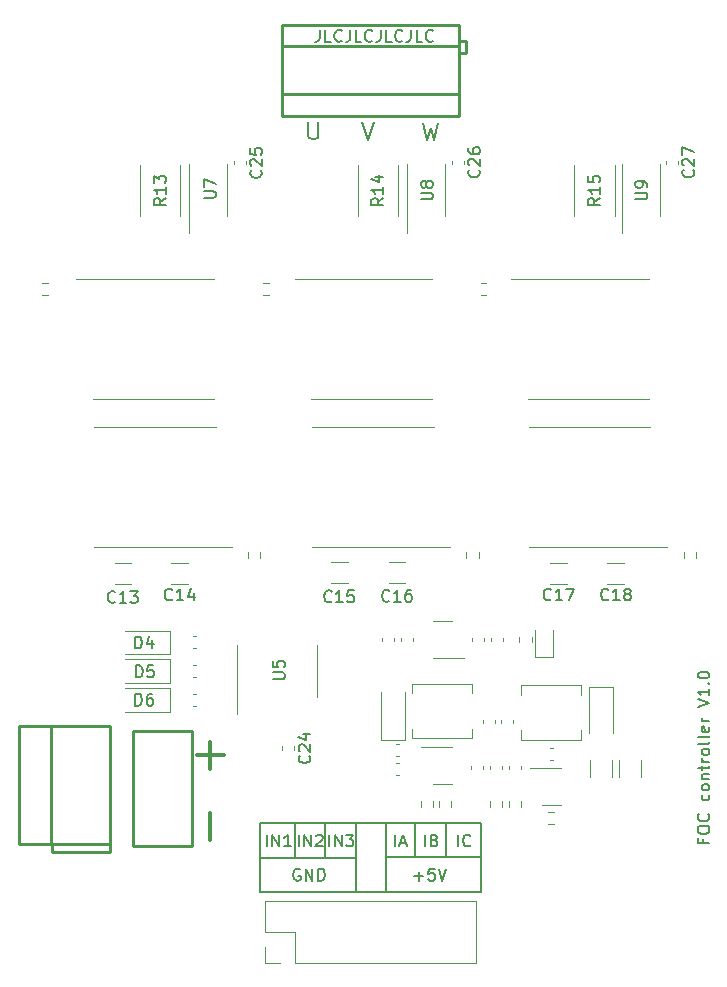
<source format=gbr>
%TF.GenerationSoftware,KiCad,Pcbnew,7.0.7*%
%TF.CreationDate,2024-02-22T20:28:59+08:00*%
%TF.ProjectId,hardware,68617264-7761-4726-952e-6b696361645f,rev?*%
%TF.SameCoordinates,Original*%
%TF.FileFunction,Legend,Top*%
%TF.FilePolarity,Positive*%
%FSLAX46Y46*%
G04 Gerber Fmt 4.6, Leading zero omitted, Abs format (unit mm)*
G04 Created by KiCad (PCBNEW 7.0.7) date 2024-02-22 20:28:59*
%MOMM*%
%LPD*%
G01*
G04 APERTURE LIST*
%ADD10C,0.150000*%
%ADD11C,0.300000*%
%ADD12C,0.120000*%
%ADD13C,0.254000*%
G04 APERTURE END LIST*
D10*
X171396009Y-130969887D02*
X171396009Y-131303220D01*
X171919819Y-131303220D02*
X170919819Y-131303220D01*
X170919819Y-131303220D02*
X170919819Y-130827030D01*
X170919819Y-130255601D02*
X170919819Y-130065125D01*
X170919819Y-130065125D02*
X170967438Y-129969887D01*
X170967438Y-129969887D02*
X171062676Y-129874649D01*
X171062676Y-129874649D02*
X171253152Y-129827030D01*
X171253152Y-129827030D02*
X171586485Y-129827030D01*
X171586485Y-129827030D02*
X171776961Y-129874649D01*
X171776961Y-129874649D02*
X171872200Y-129969887D01*
X171872200Y-129969887D02*
X171919819Y-130065125D01*
X171919819Y-130065125D02*
X171919819Y-130255601D01*
X171919819Y-130255601D02*
X171872200Y-130350839D01*
X171872200Y-130350839D02*
X171776961Y-130446077D01*
X171776961Y-130446077D02*
X171586485Y-130493696D01*
X171586485Y-130493696D02*
X171253152Y-130493696D01*
X171253152Y-130493696D02*
X171062676Y-130446077D01*
X171062676Y-130446077D02*
X170967438Y-130350839D01*
X170967438Y-130350839D02*
X170919819Y-130255601D01*
X171824580Y-128827030D02*
X171872200Y-128874649D01*
X171872200Y-128874649D02*
X171919819Y-129017506D01*
X171919819Y-129017506D02*
X171919819Y-129112744D01*
X171919819Y-129112744D02*
X171872200Y-129255601D01*
X171872200Y-129255601D02*
X171776961Y-129350839D01*
X171776961Y-129350839D02*
X171681723Y-129398458D01*
X171681723Y-129398458D02*
X171491247Y-129446077D01*
X171491247Y-129446077D02*
X171348390Y-129446077D01*
X171348390Y-129446077D02*
X171157914Y-129398458D01*
X171157914Y-129398458D02*
X171062676Y-129350839D01*
X171062676Y-129350839D02*
X170967438Y-129255601D01*
X170967438Y-129255601D02*
X170919819Y-129112744D01*
X170919819Y-129112744D02*
X170919819Y-129017506D01*
X170919819Y-129017506D02*
X170967438Y-128874649D01*
X170967438Y-128874649D02*
X171015057Y-128827030D01*
X171872200Y-127207982D02*
X171919819Y-127303220D01*
X171919819Y-127303220D02*
X171919819Y-127493696D01*
X171919819Y-127493696D02*
X171872200Y-127588934D01*
X171872200Y-127588934D02*
X171824580Y-127636553D01*
X171824580Y-127636553D02*
X171729342Y-127684172D01*
X171729342Y-127684172D02*
X171443628Y-127684172D01*
X171443628Y-127684172D02*
X171348390Y-127636553D01*
X171348390Y-127636553D02*
X171300771Y-127588934D01*
X171300771Y-127588934D02*
X171253152Y-127493696D01*
X171253152Y-127493696D02*
X171253152Y-127303220D01*
X171253152Y-127303220D02*
X171300771Y-127207982D01*
X171919819Y-126636553D02*
X171872200Y-126731791D01*
X171872200Y-126731791D02*
X171824580Y-126779410D01*
X171824580Y-126779410D02*
X171729342Y-126827029D01*
X171729342Y-126827029D02*
X171443628Y-126827029D01*
X171443628Y-126827029D02*
X171348390Y-126779410D01*
X171348390Y-126779410D02*
X171300771Y-126731791D01*
X171300771Y-126731791D02*
X171253152Y-126636553D01*
X171253152Y-126636553D02*
X171253152Y-126493696D01*
X171253152Y-126493696D02*
X171300771Y-126398458D01*
X171300771Y-126398458D02*
X171348390Y-126350839D01*
X171348390Y-126350839D02*
X171443628Y-126303220D01*
X171443628Y-126303220D02*
X171729342Y-126303220D01*
X171729342Y-126303220D02*
X171824580Y-126350839D01*
X171824580Y-126350839D02*
X171872200Y-126398458D01*
X171872200Y-126398458D02*
X171919819Y-126493696D01*
X171919819Y-126493696D02*
X171919819Y-126636553D01*
X171253152Y-125874648D02*
X171919819Y-125874648D01*
X171348390Y-125874648D02*
X171300771Y-125827029D01*
X171300771Y-125827029D02*
X171253152Y-125731791D01*
X171253152Y-125731791D02*
X171253152Y-125588934D01*
X171253152Y-125588934D02*
X171300771Y-125493696D01*
X171300771Y-125493696D02*
X171396009Y-125446077D01*
X171396009Y-125446077D02*
X171919819Y-125446077D01*
X171253152Y-125112743D02*
X171253152Y-124731791D01*
X170919819Y-124969886D02*
X171776961Y-124969886D01*
X171776961Y-124969886D02*
X171872200Y-124922267D01*
X171872200Y-124922267D02*
X171919819Y-124827029D01*
X171919819Y-124827029D02*
X171919819Y-124731791D01*
X171919819Y-124398457D02*
X171253152Y-124398457D01*
X171443628Y-124398457D02*
X171348390Y-124350838D01*
X171348390Y-124350838D02*
X171300771Y-124303219D01*
X171300771Y-124303219D02*
X171253152Y-124207981D01*
X171253152Y-124207981D02*
X171253152Y-124112743D01*
X171919819Y-123636552D02*
X171872200Y-123731790D01*
X171872200Y-123731790D02*
X171824580Y-123779409D01*
X171824580Y-123779409D02*
X171729342Y-123827028D01*
X171729342Y-123827028D02*
X171443628Y-123827028D01*
X171443628Y-123827028D02*
X171348390Y-123779409D01*
X171348390Y-123779409D02*
X171300771Y-123731790D01*
X171300771Y-123731790D02*
X171253152Y-123636552D01*
X171253152Y-123636552D02*
X171253152Y-123493695D01*
X171253152Y-123493695D02*
X171300771Y-123398457D01*
X171300771Y-123398457D02*
X171348390Y-123350838D01*
X171348390Y-123350838D02*
X171443628Y-123303219D01*
X171443628Y-123303219D02*
X171729342Y-123303219D01*
X171729342Y-123303219D02*
X171824580Y-123350838D01*
X171824580Y-123350838D02*
X171872200Y-123398457D01*
X171872200Y-123398457D02*
X171919819Y-123493695D01*
X171919819Y-123493695D02*
X171919819Y-123636552D01*
X171919819Y-122731790D02*
X171872200Y-122827028D01*
X171872200Y-122827028D02*
X171776961Y-122874647D01*
X171776961Y-122874647D02*
X170919819Y-122874647D01*
X171919819Y-122207980D02*
X171872200Y-122303218D01*
X171872200Y-122303218D02*
X171776961Y-122350837D01*
X171776961Y-122350837D02*
X170919819Y-122350837D01*
X171872200Y-121446075D02*
X171919819Y-121541313D01*
X171919819Y-121541313D02*
X171919819Y-121731789D01*
X171919819Y-121731789D02*
X171872200Y-121827027D01*
X171872200Y-121827027D02*
X171776961Y-121874646D01*
X171776961Y-121874646D02*
X171396009Y-121874646D01*
X171396009Y-121874646D02*
X171300771Y-121827027D01*
X171300771Y-121827027D02*
X171253152Y-121731789D01*
X171253152Y-121731789D02*
X171253152Y-121541313D01*
X171253152Y-121541313D02*
X171300771Y-121446075D01*
X171300771Y-121446075D02*
X171396009Y-121398456D01*
X171396009Y-121398456D02*
X171491247Y-121398456D01*
X171491247Y-121398456D02*
X171586485Y-121874646D01*
X171919819Y-120969884D02*
X171253152Y-120969884D01*
X171443628Y-120969884D02*
X171348390Y-120922265D01*
X171348390Y-120922265D02*
X171300771Y-120874646D01*
X171300771Y-120874646D02*
X171253152Y-120779408D01*
X171253152Y-120779408D02*
X171253152Y-120684170D01*
X170919819Y-119731788D02*
X171919819Y-119398455D01*
X171919819Y-119398455D02*
X170919819Y-119065122D01*
X171919819Y-118207979D02*
X171919819Y-118779407D01*
X171919819Y-118493693D02*
X170919819Y-118493693D01*
X170919819Y-118493693D02*
X171062676Y-118588931D01*
X171062676Y-118588931D02*
X171157914Y-118684169D01*
X171157914Y-118684169D02*
X171205533Y-118779407D01*
X171824580Y-117779407D02*
X171872200Y-117731788D01*
X171872200Y-117731788D02*
X171919819Y-117779407D01*
X171919819Y-117779407D02*
X171872200Y-117827026D01*
X171872200Y-117827026D02*
X171824580Y-117779407D01*
X171824580Y-117779407D02*
X171919819Y-117779407D01*
X170919819Y-117112741D02*
X170919819Y-117017503D01*
X170919819Y-117017503D02*
X170967438Y-116922265D01*
X170967438Y-116922265D02*
X171015057Y-116874646D01*
X171015057Y-116874646D02*
X171110295Y-116827027D01*
X171110295Y-116827027D02*
X171300771Y-116779408D01*
X171300771Y-116779408D02*
X171538866Y-116779408D01*
X171538866Y-116779408D02*
X171729342Y-116827027D01*
X171729342Y-116827027D02*
X171824580Y-116874646D01*
X171824580Y-116874646D02*
X171872200Y-116922265D01*
X171872200Y-116922265D02*
X171919819Y-117017503D01*
X171919819Y-117017503D02*
X171919819Y-117112741D01*
X171919819Y-117112741D02*
X171872200Y-117207979D01*
X171872200Y-117207979D02*
X171824580Y-117255598D01*
X171824580Y-117255598D02*
X171729342Y-117303217D01*
X171729342Y-117303217D02*
X171538866Y-117350836D01*
X171538866Y-117350836D02*
X171300771Y-117350836D01*
X171300771Y-117350836D02*
X171110295Y-117303217D01*
X171110295Y-117303217D02*
X171015057Y-117255598D01*
X171015057Y-117255598D02*
X170967438Y-117207979D01*
X170967438Y-117207979D02*
X170919819Y-117112741D01*
X138932493Y-62439819D02*
X138932493Y-63154104D01*
X138932493Y-63154104D02*
X138884874Y-63296961D01*
X138884874Y-63296961D02*
X138789636Y-63392200D01*
X138789636Y-63392200D02*
X138646779Y-63439819D01*
X138646779Y-63439819D02*
X138551541Y-63439819D01*
X139884874Y-63439819D02*
X139408684Y-63439819D01*
X139408684Y-63439819D02*
X139408684Y-62439819D01*
X140789636Y-63344580D02*
X140742017Y-63392200D01*
X140742017Y-63392200D02*
X140599160Y-63439819D01*
X140599160Y-63439819D02*
X140503922Y-63439819D01*
X140503922Y-63439819D02*
X140361065Y-63392200D01*
X140361065Y-63392200D02*
X140265827Y-63296961D01*
X140265827Y-63296961D02*
X140218208Y-63201723D01*
X140218208Y-63201723D02*
X140170589Y-63011247D01*
X140170589Y-63011247D02*
X140170589Y-62868390D01*
X140170589Y-62868390D02*
X140218208Y-62677914D01*
X140218208Y-62677914D02*
X140265827Y-62582676D01*
X140265827Y-62582676D02*
X140361065Y-62487438D01*
X140361065Y-62487438D02*
X140503922Y-62439819D01*
X140503922Y-62439819D02*
X140599160Y-62439819D01*
X140599160Y-62439819D02*
X140742017Y-62487438D01*
X140742017Y-62487438D02*
X140789636Y-62535057D01*
X141503922Y-62439819D02*
X141503922Y-63154104D01*
X141503922Y-63154104D02*
X141456303Y-63296961D01*
X141456303Y-63296961D02*
X141361065Y-63392200D01*
X141361065Y-63392200D02*
X141218208Y-63439819D01*
X141218208Y-63439819D02*
X141122970Y-63439819D01*
X142456303Y-63439819D02*
X141980113Y-63439819D01*
X141980113Y-63439819D02*
X141980113Y-62439819D01*
X143361065Y-63344580D02*
X143313446Y-63392200D01*
X143313446Y-63392200D02*
X143170589Y-63439819D01*
X143170589Y-63439819D02*
X143075351Y-63439819D01*
X143075351Y-63439819D02*
X142932494Y-63392200D01*
X142932494Y-63392200D02*
X142837256Y-63296961D01*
X142837256Y-63296961D02*
X142789637Y-63201723D01*
X142789637Y-63201723D02*
X142742018Y-63011247D01*
X142742018Y-63011247D02*
X142742018Y-62868390D01*
X142742018Y-62868390D02*
X142789637Y-62677914D01*
X142789637Y-62677914D02*
X142837256Y-62582676D01*
X142837256Y-62582676D02*
X142932494Y-62487438D01*
X142932494Y-62487438D02*
X143075351Y-62439819D01*
X143075351Y-62439819D02*
X143170589Y-62439819D01*
X143170589Y-62439819D02*
X143313446Y-62487438D01*
X143313446Y-62487438D02*
X143361065Y-62535057D01*
X144075351Y-62439819D02*
X144075351Y-63154104D01*
X144075351Y-63154104D02*
X144027732Y-63296961D01*
X144027732Y-63296961D02*
X143932494Y-63392200D01*
X143932494Y-63392200D02*
X143789637Y-63439819D01*
X143789637Y-63439819D02*
X143694399Y-63439819D01*
X145027732Y-63439819D02*
X144551542Y-63439819D01*
X144551542Y-63439819D02*
X144551542Y-62439819D01*
X145932494Y-63344580D02*
X145884875Y-63392200D01*
X145884875Y-63392200D02*
X145742018Y-63439819D01*
X145742018Y-63439819D02*
X145646780Y-63439819D01*
X145646780Y-63439819D02*
X145503923Y-63392200D01*
X145503923Y-63392200D02*
X145408685Y-63296961D01*
X145408685Y-63296961D02*
X145361066Y-63201723D01*
X145361066Y-63201723D02*
X145313447Y-63011247D01*
X145313447Y-63011247D02*
X145313447Y-62868390D01*
X145313447Y-62868390D02*
X145361066Y-62677914D01*
X145361066Y-62677914D02*
X145408685Y-62582676D01*
X145408685Y-62582676D02*
X145503923Y-62487438D01*
X145503923Y-62487438D02*
X145646780Y-62439819D01*
X145646780Y-62439819D02*
X145742018Y-62439819D01*
X145742018Y-62439819D02*
X145884875Y-62487438D01*
X145884875Y-62487438D02*
X145932494Y-62535057D01*
X146646780Y-62439819D02*
X146646780Y-63154104D01*
X146646780Y-63154104D02*
X146599161Y-63296961D01*
X146599161Y-63296961D02*
X146503923Y-63392200D01*
X146503923Y-63392200D02*
X146361066Y-63439819D01*
X146361066Y-63439819D02*
X146265828Y-63439819D01*
X147599161Y-63439819D02*
X147122971Y-63439819D01*
X147122971Y-63439819D02*
X147122971Y-62439819D01*
X148503923Y-63344580D02*
X148456304Y-63392200D01*
X148456304Y-63392200D02*
X148313447Y-63439819D01*
X148313447Y-63439819D02*
X148218209Y-63439819D01*
X148218209Y-63439819D02*
X148075352Y-63392200D01*
X148075352Y-63392200D02*
X147980114Y-63296961D01*
X147980114Y-63296961D02*
X147932495Y-63201723D01*
X147932495Y-63201723D02*
X147884876Y-63011247D01*
X147884876Y-63011247D02*
X147884876Y-62868390D01*
X147884876Y-62868390D02*
X147932495Y-62677914D01*
X147932495Y-62677914D02*
X147980114Y-62582676D01*
X147980114Y-62582676D02*
X148075352Y-62487438D01*
X148075352Y-62487438D02*
X148218209Y-62439819D01*
X148218209Y-62439819D02*
X148313447Y-62439819D01*
X148313447Y-62439819D02*
X148456304Y-62487438D01*
X148456304Y-62487438D02*
X148503923Y-62535057D01*
X139400000Y-132500000D02*
X139400000Y-129600000D01*
X147000000Y-132500000D02*
X147000000Y-129600000D01*
X149600000Y-132500000D02*
X149600000Y-129600000D01*
X136800000Y-132500000D02*
X136800000Y-129600000D01*
X144500000Y-135400000D02*
X144500000Y-129600000D01*
X144500000Y-132500000D02*
X152618750Y-132500000D01*
X133831250Y-132521875D02*
X142000000Y-132521875D01*
X142000000Y-135400000D02*
X142000000Y-129600000D01*
X133831250Y-129600000D02*
X152618750Y-129600000D01*
X152618750Y-135443750D01*
X133831250Y-135443750D01*
X133831250Y-129600000D01*
X145336779Y-131569819D02*
X145336779Y-130569819D01*
X145765350Y-131284104D02*
X146241540Y-131284104D01*
X145670112Y-131569819D02*
X146003445Y-130569819D01*
X146003445Y-130569819D02*
X146336778Y-131569819D01*
D11*
X129665600Y-122711653D02*
X129665600Y-124997368D01*
X128522742Y-123854510D02*
X130808457Y-123854510D01*
X129665600Y-128711653D02*
X129665600Y-130997368D01*
D10*
X147836779Y-131569819D02*
X147836779Y-130569819D01*
X148646302Y-131046009D02*
X148789159Y-131093628D01*
X148789159Y-131093628D02*
X148836778Y-131141247D01*
X148836778Y-131141247D02*
X148884397Y-131236485D01*
X148884397Y-131236485D02*
X148884397Y-131379342D01*
X148884397Y-131379342D02*
X148836778Y-131474580D01*
X148836778Y-131474580D02*
X148789159Y-131522200D01*
X148789159Y-131522200D02*
X148693921Y-131569819D01*
X148693921Y-131569819D02*
X148312969Y-131569819D01*
X148312969Y-131569819D02*
X148312969Y-130569819D01*
X148312969Y-130569819D02*
X148646302Y-130569819D01*
X148646302Y-130569819D02*
X148741540Y-130617438D01*
X148741540Y-130617438D02*
X148789159Y-130665057D01*
X148789159Y-130665057D02*
X148836778Y-130760295D01*
X148836778Y-130760295D02*
X148836778Y-130855533D01*
X148836778Y-130855533D02*
X148789159Y-130950771D01*
X148789159Y-130950771D02*
X148741540Y-130998390D01*
X148741540Y-130998390D02*
X148646302Y-131046009D01*
X148646302Y-131046009D02*
X148312969Y-131046009D01*
X137260588Y-133517438D02*
X137165350Y-133469819D01*
X137165350Y-133469819D02*
X137022493Y-133469819D01*
X137022493Y-133469819D02*
X136879636Y-133517438D01*
X136879636Y-133517438D02*
X136784398Y-133612676D01*
X136784398Y-133612676D02*
X136736779Y-133707914D01*
X136736779Y-133707914D02*
X136689160Y-133898390D01*
X136689160Y-133898390D02*
X136689160Y-134041247D01*
X136689160Y-134041247D02*
X136736779Y-134231723D01*
X136736779Y-134231723D02*
X136784398Y-134326961D01*
X136784398Y-134326961D02*
X136879636Y-134422200D01*
X136879636Y-134422200D02*
X137022493Y-134469819D01*
X137022493Y-134469819D02*
X137117731Y-134469819D01*
X137117731Y-134469819D02*
X137260588Y-134422200D01*
X137260588Y-134422200D02*
X137308207Y-134374580D01*
X137308207Y-134374580D02*
X137308207Y-134041247D01*
X137308207Y-134041247D02*
X137117731Y-134041247D01*
X137736779Y-134469819D02*
X137736779Y-133469819D01*
X137736779Y-133469819D02*
X138308207Y-134469819D01*
X138308207Y-134469819D02*
X138308207Y-133469819D01*
X138784398Y-134469819D02*
X138784398Y-133469819D01*
X138784398Y-133469819D02*
X139022493Y-133469819D01*
X139022493Y-133469819D02*
X139165350Y-133517438D01*
X139165350Y-133517438D02*
X139260588Y-133612676D01*
X139260588Y-133612676D02*
X139308207Y-133707914D01*
X139308207Y-133707914D02*
X139355826Y-133898390D01*
X139355826Y-133898390D02*
X139355826Y-134041247D01*
X139355826Y-134041247D02*
X139308207Y-134231723D01*
X139308207Y-134231723D02*
X139260588Y-134326961D01*
X139260588Y-134326961D02*
X139165350Y-134422200D01*
X139165350Y-134422200D02*
X139022493Y-134469819D01*
X139022493Y-134469819D02*
X138784398Y-134469819D01*
X146936779Y-134088866D02*
X147698684Y-134088866D01*
X147317731Y-134469819D02*
X147317731Y-133707914D01*
X148651064Y-133469819D02*
X148174874Y-133469819D01*
X148174874Y-133469819D02*
X148127255Y-133946009D01*
X148127255Y-133946009D02*
X148174874Y-133898390D01*
X148174874Y-133898390D02*
X148270112Y-133850771D01*
X148270112Y-133850771D02*
X148508207Y-133850771D01*
X148508207Y-133850771D02*
X148603445Y-133898390D01*
X148603445Y-133898390D02*
X148651064Y-133946009D01*
X148651064Y-133946009D02*
X148698683Y-134041247D01*
X148698683Y-134041247D02*
X148698683Y-134279342D01*
X148698683Y-134279342D02*
X148651064Y-134374580D01*
X148651064Y-134374580D02*
X148603445Y-134422200D01*
X148603445Y-134422200D02*
X148508207Y-134469819D01*
X148508207Y-134469819D02*
X148270112Y-134469819D01*
X148270112Y-134469819D02*
X148174874Y-134422200D01*
X148174874Y-134422200D02*
X148127255Y-134374580D01*
X148984398Y-133469819D02*
X149317731Y-134469819D01*
X149317731Y-134469819D02*
X149651064Y-133469819D01*
X142541541Y-70258628D02*
X143041541Y-71758628D01*
X143041541Y-71758628D02*
X143541541Y-70258628D01*
X137136779Y-131569819D02*
X137136779Y-130569819D01*
X137612969Y-131569819D02*
X137612969Y-130569819D01*
X137612969Y-130569819D02*
X138184397Y-131569819D01*
X138184397Y-131569819D02*
X138184397Y-130569819D01*
X138612969Y-130665057D02*
X138660588Y-130617438D01*
X138660588Y-130617438D02*
X138755826Y-130569819D01*
X138755826Y-130569819D02*
X138993921Y-130569819D01*
X138993921Y-130569819D02*
X139089159Y-130617438D01*
X139089159Y-130617438D02*
X139136778Y-130665057D01*
X139136778Y-130665057D02*
X139184397Y-130760295D01*
X139184397Y-130760295D02*
X139184397Y-130855533D01*
X139184397Y-130855533D02*
X139136778Y-130998390D01*
X139136778Y-130998390D02*
X138565350Y-131569819D01*
X138565350Y-131569819D02*
X139184397Y-131569819D01*
X150636779Y-131569819D02*
X150636779Y-130569819D01*
X151684397Y-131474580D02*
X151636778Y-131522200D01*
X151636778Y-131522200D02*
X151493921Y-131569819D01*
X151493921Y-131569819D02*
X151398683Y-131569819D01*
X151398683Y-131569819D02*
X151255826Y-131522200D01*
X151255826Y-131522200D02*
X151160588Y-131426961D01*
X151160588Y-131426961D02*
X151112969Y-131331723D01*
X151112969Y-131331723D02*
X151065350Y-131141247D01*
X151065350Y-131141247D02*
X151065350Y-130998390D01*
X151065350Y-130998390D02*
X151112969Y-130807914D01*
X151112969Y-130807914D02*
X151160588Y-130712676D01*
X151160588Y-130712676D02*
X151255826Y-130617438D01*
X151255826Y-130617438D02*
X151398683Y-130569819D01*
X151398683Y-130569819D02*
X151493921Y-130569819D01*
X151493921Y-130569819D02*
X151636778Y-130617438D01*
X151636778Y-130617438D02*
X151684397Y-130665057D01*
X134436779Y-131569819D02*
X134436779Y-130569819D01*
X134912969Y-131569819D02*
X134912969Y-130569819D01*
X134912969Y-130569819D02*
X135484397Y-131569819D01*
X135484397Y-131569819D02*
X135484397Y-130569819D01*
X136484397Y-131569819D02*
X135912969Y-131569819D01*
X136198683Y-131569819D02*
X136198683Y-130569819D01*
X136198683Y-130569819D02*
X136103445Y-130712676D01*
X136103445Y-130712676D02*
X136008207Y-130807914D01*
X136008207Y-130807914D02*
X135912969Y-130855533D01*
X147662969Y-70308628D02*
X148020112Y-71808628D01*
X148020112Y-71808628D02*
X148305826Y-70737200D01*
X148305826Y-70737200D02*
X148591541Y-71808628D01*
X148591541Y-71808628D02*
X148948684Y-70308628D01*
X137955826Y-70208628D02*
X137955826Y-71422914D01*
X137955826Y-71422914D02*
X138027255Y-71565771D01*
X138027255Y-71565771D02*
X138098684Y-71637200D01*
X138098684Y-71637200D02*
X138241541Y-71708628D01*
X138241541Y-71708628D02*
X138527255Y-71708628D01*
X138527255Y-71708628D02*
X138670112Y-71637200D01*
X138670112Y-71637200D02*
X138741541Y-71565771D01*
X138741541Y-71565771D02*
X138812969Y-71422914D01*
X138812969Y-71422914D02*
X138812969Y-70208628D01*
X139736779Y-131569819D02*
X139736779Y-130569819D01*
X140212969Y-131569819D02*
X140212969Y-130569819D01*
X140212969Y-130569819D02*
X140784397Y-131569819D01*
X140784397Y-131569819D02*
X140784397Y-130569819D01*
X141165350Y-130569819D02*
X141784397Y-130569819D01*
X141784397Y-130569819D02*
X141451064Y-130950771D01*
X141451064Y-130950771D02*
X141593921Y-130950771D01*
X141593921Y-130950771D02*
X141689159Y-130998390D01*
X141689159Y-130998390D02*
X141736778Y-131046009D01*
X141736778Y-131046009D02*
X141784397Y-131141247D01*
X141784397Y-131141247D02*
X141784397Y-131379342D01*
X141784397Y-131379342D02*
X141736778Y-131474580D01*
X141736778Y-131474580D02*
X141689159Y-131522200D01*
X141689159Y-131522200D02*
X141593921Y-131569819D01*
X141593921Y-131569819D02*
X141308207Y-131569819D01*
X141308207Y-131569819D02*
X141212969Y-131522200D01*
X141212969Y-131522200D02*
X141165350Y-131474580D01*
X123311905Y-119654819D02*
X123311905Y-118654819D01*
X123311905Y-118654819D02*
X123550000Y-118654819D01*
X123550000Y-118654819D02*
X123692857Y-118702438D01*
X123692857Y-118702438D02*
X123788095Y-118797676D01*
X123788095Y-118797676D02*
X123835714Y-118892914D01*
X123835714Y-118892914D02*
X123883333Y-119083390D01*
X123883333Y-119083390D02*
X123883333Y-119226247D01*
X123883333Y-119226247D02*
X123835714Y-119416723D01*
X123835714Y-119416723D02*
X123788095Y-119511961D01*
X123788095Y-119511961D02*
X123692857Y-119607200D01*
X123692857Y-119607200D02*
X123550000Y-119654819D01*
X123550000Y-119654819D02*
X123311905Y-119654819D01*
X124740476Y-118654819D02*
X124550000Y-118654819D01*
X124550000Y-118654819D02*
X124454762Y-118702438D01*
X124454762Y-118702438D02*
X124407143Y-118750057D01*
X124407143Y-118750057D02*
X124311905Y-118892914D01*
X124311905Y-118892914D02*
X124264286Y-119083390D01*
X124264286Y-119083390D02*
X124264286Y-119464342D01*
X124264286Y-119464342D02*
X124311905Y-119559580D01*
X124311905Y-119559580D02*
X124359524Y-119607200D01*
X124359524Y-119607200D02*
X124454762Y-119654819D01*
X124454762Y-119654819D02*
X124645238Y-119654819D01*
X124645238Y-119654819D02*
X124740476Y-119607200D01*
X124740476Y-119607200D02*
X124788095Y-119559580D01*
X124788095Y-119559580D02*
X124835714Y-119464342D01*
X124835714Y-119464342D02*
X124835714Y-119226247D01*
X124835714Y-119226247D02*
X124788095Y-119131009D01*
X124788095Y-119131009D02*
X124740476Y-119083390D01*
X124740476Y-119083390D02*
X124645238Y-119035771D01*
X124645238Y-119035771D02*
X124454762Y-119035771D01*
X124454762Y-119035771D02*
X124359524Y-119083390D01*
X124359524Y-119083390D02*
X124311905Y-119131009D01*
X124311905Y-119131009D02*
X124264286Y-119226247D01*
X139932142Y-110809580D02*
X139884523Y-110857200D01*
X139884523Y-110857200D02*
X139741666Y-110904819D01*
X139741666Y-110904819D02*
X139646428Y-110904819D01*
X139646428Y-110904819D02*
X139503571Y-110857200D01*
X139503571Y-110857200D02*
X139408333Y-110761961D01*
X139408333Y-110761961D02*
X139360714Y-110666723D01*
X139360714Y-110666723D02*
X139313095Y-110476247D01*
X139313095Y-110476247D02*
X139313095Y-110333390D01*
X139313095Y-110333390D02*
X139360714Y-110142914D01*
X139360714Y-110142914D02*
X139408333Y-110047676D01*
X139408333Y-110047676D02*
X139503571Y-109952438D01*
X139503571Y-109952438D02*
X139646428Y-109904819D01*
X139646428Y-109904819D02*
X139741666Y-109904819D01*
X139741666Y-109904819D02*
X139884523Y-109952438D01*
X139884523Y-109952438D02*
X139932142Y-110000057D01*
X140884523Y-110904819D02*
X140313095Y-110904819D01*
X140598809Y-110904819D02*
X140598809Y-109904819D01*
X140598809Y-109904819D02*
X140503571Y-110047676D01*
X140503571Y-110047676D02*
X140408333Y-110142914D01*
X140408333Y-110142914D02*
X140313095Y-110190533D01*
X141789285Y-109904819D02*
X141313095Y-109904819D01*
X141313095Y-109904819D02*
X141265476Y-110381009D01*
X141265476Y-110381009D02*
X141313095Y-110333390D01*
X141313095Y-110333390D02*
X141408333Y-110285771D01*
X141408333Y-110285771D02*
X141646428Y-110285771D01*
X141646428Y-110285771D02*
X141741666Y-110333390D01*
X141741666Y-110333390D02*
X141789285Y-110381009D01*
X141789285Y-110381009D02*
X141836904Y-110476247D01*
X141836904Y-110476247D02*
X141836904Y-110714342D01*
X141836904Y-110714342D02*
X141789285Y-110809580D01*
X141789285Y-110809580D02*
X141741666Y-110857200D01*
X141741666Y-110857200D02*
X141646428Y-110904819D01*
X141646428Y-110904819D02*
X141408333Y-110904819D01*
X141408333Y-110904819D02*
X141313095Y-110857200D01*
X141313095Y-110857200D02*
X141265476Y-110809580D01*
X162654819Y-76680357D02*
X162178628Y-77013690D01*
X162654819Y-77251785D02*
X161654819Y-77251785D01*
X161654819Y-77251785D02*
X161654819Y-76870833D01*
X161654819Y-76870833D02*
X161702438Y-76775595D01*
X161702438Y-76775595D02*
X161750057Y-76727976D01*
X161750057Y-76727976D02*
X161845295Y-76680357D01*
X161845295Y-76680357D02*
X161988152Y-76680357D01*
X161988152Y-76680357D02*
X162083390Y-76727976D01*
X162083390Y-76727976D02*
X162131009Y-76775595D01*
X162131009Y-76775595D02*
X162178628Y-76870833D01*
X162178628Y-76870833D02*
X162178628Y-77251785D01*
X162654819Y-75727976D02*
X162654819Y-76299404D01*
X162654819Y-76013690D02*
X161654819Y-76013690D01*
X161654819Y-76013690D02*
X161797676Y-76108928D01*
X161797676Y-76108928D02*
X161892914Y-76204166D01*
X161892914Y-76204166D02*
X161940533Y-76299404D01*
X161654819Y-74823214D02*
X161654819Y-75299404D01*
X161654819Y-75299404D02*
X162131009Y-75347023D01*
X162131009Y-75347023D02*
X162083390Y-75299404D01*
X162083390Y-75299404D02*
X162035771Y-75204166D01*
X162035771Y-75204166D02*
X162035771Y-74966071D01*
X162035771Y-74966071D02*
X162083390Y-74870833D01*
X162083390Y-74870833D02*
X162131009Y-74823214D01*
X162131009Y-74823214D02*
X162226247Y-74775595D01*
X162226247Y-74775595D02*
X162464342Y-74775595D01*
X162464342Y-74775595D02*
X162559580Y-74823214D01*
X162559580Y-74823214D02*
X162607200Y-74870833D01*
X162607200Y-74870833D02*
X162654819Y-74966071D01*
X162654819Y-74966071D02*
X162654819Y-75204166D01*
X162654819Y-75204166D02*
X162607200Y-75299404D01*
X162607200Y-75299404D02*
X162559580Y-75347023D01*
X125904819Y-76680357D02*
X125428628Y-77013690D01*
X125904819Y-77251785D02*
X124904819Y-77251785D01*
X124904819Y-77251785D02*
X124904819Y-76870833D01*
X124904819Y-76870833D02*
X124952438Y-76775595D01*
X124952438Y-76775595D02*
X125000057Y-76727976D01*
X125000057Y-76727976D02*
X125095295Y-76680357D01*
X125095295Y-76680357D02*
X125238152Y-76680357D01*
X125238152Y-76680357D02*
X125333390Y-76727976D01*
X125333390Y-76727976D02*
X125381009Y-76775595D01*
X125381009Y-76775595D02*
X125428628Y-76870833D01*
X125428628Y-76870833D02*
X125428628Y-77251785D01*
X125904819Y-75727976D02*
X125904819Y-76299404D01*
X125904819Y-76013690D02*
X124904819Y-76013690D01*
X124904819Y-76013690D02*
X125047676Y-76108928D01*
X125047676Y-76108928D02*
X125142914Y-76204166D01*
X125142914Y-76204166D02*
X125190533Y-76299404D01*
X124904819Y-75394642D02*
X124904819Y-74775595D01*
X124904819Y-74775595D02*
X125285771Y-75108928D01*
X125285771Y-75108928D02*
X125285771Y-74966071D01*
X125285771Y-74966071D02*
X125333390Y-74870833D01*
X125333390Y-74870833D02*
X125381009Y-74823214D01*
X125381009Y-74823214D02*
X125476247Y-74775595D01*
X125476247Y-74775595D02*
X125714342Y-74775595D01*
X125714342Y-74775595D02*
X125809580Y-74823214D01*
X125809580Y-74823214D02*
X125857200Y-74870833D01*
X125857200Y-74870833D02*
X125904819Y-74966071D01*
X125904819Y-74966071D02*
X125904819Y-75251785D01*
X125904819Y-75251785D02*
X125857200Y-75347023D01*
X125857200Y-75347023D02*
X125809580Y-75394642D01*
X158507142Y-110659580D02*
X158459523Y-110707200D01*
X158459523Y-110707200D02*
X158316666Y-110754819D01*
X158316666Y-110754819D02*
X158221428Y-110754819D01*
X158221428Y-110754819D02*
X158078571Y-110707200D01*
X158078571Y-110707200D02*
X157983333Y-110611961D01*
X157983333Y-110611961D02*
X157935714Y-110516723D01*
X157935714Y-110516723D02*
X157888095Y-110326247D01*
X157888095Y-110326247D02*
X157888095Y-110183390D01*
X157888095Y-110183390D02*
X157935714Y-109992914D01*
X157935714Y-109992914D02*
X157983333Y-109897676D01*
X157983333Y-109897676D02*
X158078571Y-109802438D01*
X158078571Y-109802438D02*
X158221428Y-109754819D01*
X158221428Y-109754819D02*
X158316666Y-109754819D01*
X158316666Y-109754819D02*
X158459523Y-109802438D01*
X158459523Y-109802438D02*
X158507142Y-109850057D01*
X159459523Y-110754819D02*
X158888095Y-110754819D01*
X159173809Y-110754819D02*
X159173809Y-109754819D01*
X159173809Y-109754819D02*
X159078571Y-109897676D01*
X159078571Y-109897676D02*
X158983333Y-109992914D01*
X158983333Y-109992914D02*
X158888095Y-110040533D01*
X159792857Y-109754819D02*
X160459523Y-109754819D01*
X160459523Y-109754819D02*
X160030952Y-110754819D01*
X144304819Y-76680357D02*
X143828628Y-77013690D01*
X144304819Y-77251785D02*
X143304819Y-77251785D01*
X143304819Y-77251785D02*
X143304819Y-76870833D01*
X143304819Y-76870833D02*
X143352438Y-76775595D01*
X143352438Y-76775595D02*
X143400057Y-76727976D01*
X143400057Y-76727976D02*
X143495295Y-76680357D01*
X143495295Y-76680357D02*
X143638152Y-76680357D01*
X143638152Y-76680357D02*
X143733390Y-76727976D01*
X143733390Y-76727976D02*
X143781009Y-76775595D01*
X143781009Y-76775595D02*
X143828628Y-76870833D01*
X143828628Y-76870833D02*
X143828628Y-77251785D01*
X144304819Y-75727976D02*
X144304819Y-76299404D01*
X144304819Y-76013690D02*
X143304819Y-76013690D01*
X143304819Y-76013690D02*
X143447676Y-76108928D01*
X143447676Y-76108928D02*
X143542914Y-76204166D01*
X143542914Y-76204166D02*
X143590533Y-76299404D01*
X143638152Y-74870833D02*
X144304819Y-74870833D01*
X143257200Y-75108928D02*
X143971485Y-75347023D01*
X143971485Y-75347023D02*
X143971485Y-74727976D01*
X121607142Y-110859580D02*
X121559523Y-110907200D01*
X121559523Y-110907200D02*
X121416666Y-110954819D01*
X121416666Y-110954819D02*
X121321428Y-110954819D01*
X121321428Y-110954819D02*
X121178571Y-110907200D01*
X121178571Y-110907200D02*
X121083333Y-110811961D01*
X121083333Y-110811961D02*
X121035714Y-110716723D01*
X121035714Y-110716723D02*
X120988095Y-110526247D01*
X120988095Y-110526247D02*
X120988095Y-110383390D01*
X120988095Y-110383390D02*
X121035714Y-110192914D01*
X121035714Y-110192914D02*
X121083333Y-110097676D01*
X121083333Y-110097676D02*
X121178571Y-110002438D01*
X121178571Y-110002438D02*
X121321428Y-109954819D01*
X121321428Y-109954819D02*
X121416666Y-109954819D01*
X121416666Y-109954819D02*
X121559523Y-110002438D01*
X121559523Y-110002438D02*
X121607142Y-110050057D01*
X122559523Y-110954819D02*
X121988095Y-110954819D01*
X122273809Y-110954819D02*
X122273809Y-109954819D01*
X122273809Y-109954819D02*
X122178571Y-110097676D01*
X122178571Y-110097676D02*
X122083333Y-110192914D01*
X122083333Y-110192914D02*
X121988095Y-110240533D01*
X122892857Y-109954819D02*
X123511904Y-109954819D01*
X123511904Y-109954819D02*
X123178571Y-110335771D01*
X123178571Y-110335771D02*
X123321428Y-110335771D01*
X123321428Y-110335771D02*
X123416666Y-110383390D01*
X123416666Y-110383390D02*
X123464285Y-110431009D01*
X123464285Y-110431009D02*
X123511904Y-110526247D01*
X123511904Y-110526247D02*
X123511904Y-110764342D01*
X123511904Y-110764342D02*
X123464285Y-110859580D01*
X123464285Y-110859580D02*
X123416666Y-110907200D01*
X123416666Y-110907200D02*
X123321428Y-110954819D01*
X123321428Y-110954819D02*
X123035714Y-110954819D01*
X123035714Y-110954819D02*
X122940476Y-110907200D01*
X122940476Y-110907200D02*
X122892857Y-110859580D01*
X134954819Y-117411904D02*
X135764342Y-117411904D01*
X135764342Y-117411904D02*
X135859580Y-117364285D01*
X135859580Y-117364285D02*
X135907200Y-117316666D01*
X135907200Y-117316666D02*
X135954819Y-117221428D01*
X135954819Y-117221428D02*
X135954819Y-117030952D01*
X135954819Y-117030952D02*
X135907200Y-116935714D01*
X135907200Y-116935714D02*
X135859580Y-116888095D01*
X135859580Y-116888095D02*
X135764342Y-116840476D01*
X135764342Y-116840476D02*
X134954819Y-116840476D01*
X134954819Y-115888095D02*
X134954819Y-116364285D01*
X134954819Y-116364285D02*
X135431009Y-116411904D01*
X135431009Y-116411904D02*
X135383390Y-116364285D01*
X135383390Y-116364285D02*
X135335771Y-116269047D01*
X135335771Y-116269047D02*
X135335771Y-116030952D01*
X135335771Y-116030952D02*
X135383390Y-115935714D01*
X135383390Y-115935714D02*
X135431009Y-115888095D01*
X135431009Y-115888095D02*
X135526247Y-115840476D01*
X135526247Y-115840476D02*
X135764342Y-115840476D01*
X135764342Y-115840476D02*
X135859580Y-115888095D01*
X135859580Y-115888095D02*
X135907200Y-115935714D01*
X135907200Y-115935714D02*
X135954819Y-116030952D01*
X135954819Y-116030952D02*
X135954819Y-116269047D01*
X135954819Y-116269047D02*
X135907200Y-116364285D01*
X135907200Y-116364285D02*
X135859580Y-116411904D01*
X123361905Y-117254819D02*
X123361905Y-116254819D01*
X123361905Y-116254819D02*
X123600000Y-116254819D01*
X123600000Y-116254819D02*
X123742857Y-116302438D01*
X123742857Y-116302438D02*
X123838095Y-116397676D01*
X123838095Y-116397676D02*
X123885714Y-116492914D01*
X123885714Y-116492914D02*
X123933333Y-116683390D01*
X123933333Y-116683390D02*
X123933333Y-116826247D01*
X123933333Y-116826247D02*
X123885714Y-117016723D01*
X123885714Y-117016723D02*
X123838095Y-117111961D01*
X123838095Y-117111961D02*
X123742857Y-117207200D01*
X123742857Y-117207200D02*
X123600000Y-117254819D01*
X123600000Y-117254819D02*
X123361905Y-117254819D01*
X124838095Y-116254819D02*
X124361905Y-116254819D01*
X124361905Y-116254819D02*
X124314286Y-116731009D01*
X124314286Y-116731009D02*
X124361905Y-116683390D01*
X124361905Y-116683390D02*
X124457143Y-116635771D01*
X124457143Y-116635771D02*
X124695238Y-116635771D01*
X124695238Y-116635771D02*
X124790476Y-116683390D01*
X124790476Y-116683390D02*
X124838095Y-116731009D01*
X124838095Y-116731009D02*
X124885714Y-116826247D01*
X124885714Y-116826247D02*
X124885714Y-117064342D01*
X124885714Y-117064342D02*
X124838095Y-117159580D01*
X124838095Y-117159580D02*
X124790476Y-117207200D01*
X124790476Y-117207200D02*
X124695238Y-117254819D01*
X124695238Y-117254819D02*
X124457143Y-117254819D01*
X124457143Y-117254819D02*
X124361905Y-117207200D01*
X124361905Y-117207200D02*
X124314286Y-117159580D01*
X165654819Y-76799404D02*
X166464342Y-76799404D01*
X166464342Y-76799404D02*
X166559580Y-76751785D01*
X166559580Y-76751785D02*
X166607200Y-76704166D01*
X166607200Y-76704166D02*
X166654819Y-76608928D01*
X166654819Y-76608928D02*
X166654819Y-76418452D01*
X166654819Y-76418452D02*
X166607200Y-76323214D01*
X166607200Y-76323214D02*
X166559580Y-76275595D01*
X166559580Y-76275595D02*
X166464342Y-76227976D01*
X166464342Y-76227976D02*
X165654819Y-76227976D01*
X166654819Y-75704166D02*
X166654819Y-75513690D01*
X166654819Y-75513690D02*
X166607200Y-75418452D01*
X166607200Y-75418452D02*
X166559580Y-75370833D01*
X166559580Y-75370833D02*
X166416723Y-75275595D01*
X166416723Y-75275595D02*
X166226247Y-75227976D01*
X166226247Y-75227976D02*
X165845295Y-75227976D01*
X165845295Y-75227976D02*
X165750057Y-75275595D01*
X165750057Y-75275595D02*
X165702438Y-75323214D01*
X165702438Y-75323214D02*
X165654819Y-75418452D01*
X165654819Y-75418452D02*
X165654819Y-75608928D01*
X165654819Y-75608928D02*
X165702438Y-75704166D01*
X165702438Y-75704166D02*
X165750057Y-75751785D01*
X165750057Y-75751785D02*
X165845295Y-75799404D01*
X165845295Y-75799404D02*
X166083390Y-75799404D01*
X166083390Y-75799404D02*
X166178628Y-75751785D01*
X166178628Y-75751785D02*
X166226247Y-75704166D01*
X166226247Y-75704166D02*
X166273866Y-75608928D01*
X166273866Y-75608928D02*
X166273866Y-75418452D01*
X166273866Y-75418452D02*
X166226247Y-75323214D01*
X166226247Y-75323214D02*
X166178628Y-75275595D01*
X166178628Y-75275595D02*
X166083390Y-75227976D01*
X147504819Y-76799404D02*
X148314342Y-76799404D01*
X148314342Y-76799404D02*
X148409580Y-76751785D01*
X148409580Y-76751785D02*
X148457200Y-76704166D01*
X148457200Y-76704166D02*
X148504819Y-76608928D01*
X148504819Y-76608928D02*
X148504819Y-76418452D01*
X148504819Y-76418452D02*
X148457200Y-76323214D01*
X148457200Y-76323214D02*
X148409580Y-76275595D01*
X148409580Y-76275595D02*
X148314342Y-76227976D01*
X148314342Y-76227976D02*
X147504819Y-76227976D01*
X147933390Y-75608928D02*
X147885771Y-75704166D01*
X147885771Y-75704166D02*
X147838152Y-75751785D01*
X147838152Y-75751785D02*
X147742914Y-75799404D01*
X147742914Y-75799404D02*
X147695295Y-75799404D01*
X147695295Y-75799404D02*
X147600057Y-75751785D01*
X147600057Y-75751785D02*
X147552438Y-75704166D01*
X147552438Y-75704166D02*
X147504819Y-75608928D01*
X147504819Y-75608928D02*
X147504819Y-75418452D01*
X147504819Y-75418452D02*
X147552438Y-75323214D01*
X147552438Y-75323214D02*
X147600057Y-75275595D01*
X147600057Y-75275595D02*
X147695295Y-75227976D01*
X147695295Y-75227976D02*
X147742914Y-75227976D01*
X147742914Y-75227976D02*
X147838152Y-75275595D01*
X147838152Y-75275595D02*
X147885771Y-75323214D01*
X147885771Y-75323214D02*
X147933390Y-75418452D01*
X147933390Y-75418452D02*
X147933390Y-75608928D01*
X147933390Y-75608928D02*
X147981009Y-75704166D01*
X147981009Y-75704166D02*
X148028628Y-75751785D01*
X148028628Y-75751785D02*
X148123866Y-75799404D01*
X148123866Y-75799404D02*
X148314342Y-75799404D01*
X148314342Y-75799404D02*
X148409580Y-75751785D01*
X148409580Y-75751785D02*
X148457200Y-75704166D01*
X148457200Y-75704166D02*
X148504819Y-75608928D01*
X148504819Y-75608928D02*
X148504819Y-75418452D01*
X148504819Y-75418452D02*
X148457200Y-75323214D01*
X148457200Y-75323214D02*
X148409580Y-75275595D01*
X148409580Y-75275595D02*
X148314342Y-75227976D01*
X148314342Y-75227976D02*
X148123866Y-75227976D01*
X148123866Y-75227976D02*
X148028628Y-75275595D01*
X148028628Y-75275595D02*
X147981009Y-75323214D01*
X147981009Y-75323214D02*
X147933390Y-75418452D01*
X170539580Y-74292857D02*
X170587200Y-74340476D01*
X170587200Y-74340476D02*
X170634819Y-74483333D01*
X170634819Y-74483333D02*
X170634819Y-74578571D01*
X170634819Y-74578571D02*
X170587200Y-74721428D01*
X170587200Y-74721428D02*
X170491961Y-74816666D01*
X170491961Y-74816666D02*
X170396723Y-74864285D01*
X170396723Y-74864285D02*
X170206247Y-74911904D01*
X170206247Y-74911904D02*
X170063390Y-74911904D01*
X170063390Y-74911904D02*
X169872914Y-74864285D01*
X169872914Y-74864285D02*
X169777676Y-74816666D01*
X169777676Y-74816666D02*
X169682438Y-74721428D01*
X169682438Y-74721428D02*
X169634819Y-74578571D01*
X169634819Y-74578571D02*
X169634819Y-74483333D01*
X169634819Y-74483333D02*
X169682438Y-74340476D01*
X169682438Y-74340476D02*
X169730057Y-74292857D01*
X169730057Y-73911904D02*
X169682438Y-73864285D01*
X169682438Y-73864285D02*
X169634819Y-73769047D01*
X169634819Y-73769047D02*
X169634819Y-73530952D01*
X169634819Y-73530952D02*
X169682438Y-73435714D01*
X169682438Y-73435714D02*
X169730057Y-73388095D01*
X169730057Y-73388095D02*
X169825295Y-73340476D01*
X169825295Y-73340476D02*
X169920533Y-73340476D01*
X169920533Y-73340476D02*
X170063390Y-73388095D01*
X170063390Y-73388095D02*
X170634819Y-73959523D01*
X170634819Y-73959523D02*
X170634819Y-73340476D01*
X169634819Y-73007142D02*
X169634819Y-72340476D01*
X169634819Y-72340476D02*
X170634819Y-72769047D01*
X152389580Y-74292857D02*
X152437200Y-74340476D01*
X152437200Y-74340476D02*
X152484819Y-74483333D01*
X152484819Y-74483333D02*
X152484819Y-74578571D01*
X152484819Y-74578571D02*
X152437200Y-74721428D01*
X152437200Y-74721428D02*
X152341961Y-74816666D01*
X152341961Y-74816666D02*
X152246723Y-74864285D01*
X152246723Y-74864285D02*
X152056247Y-74911904D01*
X152056247Y-74911904D02*
X151913390Y-74911904D01*
X151913390Y-74911904D02*
X151722914Y-74864285D01*
X151722914Y-74864285D02*
X151627676Y-74816666D01*
X151627676Y-74816666D02*
X151532438Y-74721428D01*
X151532438Y-74721428D02*
X151484819Y-74578571D01*
X151484819Y-74578571D02*
X151484819Y-74483333D01*
X151484819Y-74483333D02*
X151532438Y-74340476D01*
X151532438Y-74340476D02*
X151580057Y-74292857D01*
X151580057Y-73911904D02*
X151532438Y-73864285D01*
X151532438Y-73864285D02*
X151484819Y-73769047D01*
X151484819Y-73769047D02*
X151484819Y-73530952D01*
X151484819Y-73530952D02*
X151532438Y-73435714D01*
X151532438Y-73435714D02*
X151580057Y-73388095D01*
X151580057Y-73388095D02*
X151675295Y-73340476D01*
X151675295Y-73340476D02*
X151770533Y-73340476D01*
X151770533Y-73340476D02*
X151913390Y-73388095D01*
X151913390Y-73388095D02*
X152484819Y-73959523D01*
X152484819Y-73959523D02*
X152484819Y-73340476D01*
X151484819Y-72483333D02*
X151484819Y-72673809D01*
X151484819Y-72673809D02*
X151532438Y-72769047D01*
X151532438Y-72769047D02*
X151580057Y-72816666D01*
X151580057Y-72816666D02*
X151722914Y-72911904D01*
X151722914Y-72911904D02*
X151913390Y-72959523D01*
X151913390Y-72959523D02*
X152294342Y-72959523D01*
X152294342Y-72959523D02*
X152389580Y-72911904D01*
X152389580Y-72911904D02*
X152437200Y-72864285D01*
X152437200Y-72864285D02*
X152484819Y-72769047D01*
X152484819Y-72769047D02*
X152484819Y-72578571D01*
X152484819Y-72578571D02*
X152437200Y-72483333D01*
X152437200Y-72483333D02*
X152389580Y-72435714D01*
X152389580Y-72435714D02*
X152294342Y-72388095D01*
X152294342Y-72388095D02*
X152056247Y-72388095D01*
X152056247Y-72388095D02*
X151961009Y-72435714D01*
X151961009Y-72435714D02*
X151913390Y-72483333D01*
X151913390Y-72483333D02*
X151865771Y-72578571D01*
X151865771Y-72578571D02*
X151865771Y-72769047D01*
X151865771Y-72769047D02*
X151913390Y-72864285D01*
X151913390Y-72864285D02*
X151961009Y-72911904D01*
X151961009Y-72911904D02*
X152056247Y-72959523D01*
X163357142Y-110659580D02*
X163309523Y-110707200D01*
X163309523Y-110707200D02*
X163166666Y-110754819D01*
X163166666Y-110754819D02*
X163071428Y-110754819D01*
X163071428Y-110754819D02*
X162928571Y-110707200D01*
X162928571Y-110707200D02*
X162833333Y-110611961D01*
X162833333Y-110611961D02*
X162785714Y-110516723D01*
X162785714Y-110516723D02*
X162738095Y-110326247D01*
X162738095Y-110326247D02*
X162738095Y-110183390D01*
X162738095Y-110183390D02*
X162785714Y-109992914D01*
X162785714Y-109992914D02*
X162833333Y-109897676D01*
X162833333Y-109897676D02*
X162928571Y-109802438D01*
X162928571Y-109802438D02*
X163071428Y-109754819D01*
X163071428Y-109754819D02*
X163166666Y-109754819D01*
X163166666Y-109754819D02*
X163309523Y-109802438D01*
X163309523Y-109802438D02*
X163357142Y-109850057D01*
X164309523Y-110754819D02*
X163738095Y-110754819D01*
X164023809Y-110754819D02*
X164023809Y-109754819D01*
X164023809Y-109754819D02*
X163928571Y-109897676D01*
X163928571Y-109897676D02*
X163833333Y-109992914D01*
X163833333Y-109992914D02*
X163738095Y-110040533D01*
X164880952Y-110183390D02*
X164785714Y-110135771D01*
X164785714Y-110135771D02*
X164738095Y-110088152D01*
X164738095Y-110088152D02*
X164690476Y-109992914D01*
X164690476Y-109992914D02*
X164690476Y-109945295D01*
X164690476Y-109945295D02*
X164738095Y-109850057D01*
X164738095Y-109850057D02*
X164785714Y-109802438D01*
X164785714Y-109802438D02*
X164880952Y-109754819D01*
X164880952Y-109754819D02*
X165071428Y-109754819D01*
X165071428Y-109754819D02*
X165166666Y-109802438D01*
X165166666Y-109802438D02*
X165214285Y-109850057D01*
X165214285Y-109850057D02*
X165261904Y-109945295D01*
X165261904Y-109945295D02*
X165261904Y-109992914D01*
X165261904Y-109992914D02*
X165214285Y-110088152D01*
X165214285Y-110088152D02*
X165166666Y-110135771D01*
X165166666Y-110135771D02*
X165071428Y-110183390D01*
X165071428Y-110183390D02*
X164880952Y-110183390D01*
X164880952Y-110183390D02*
X164785714Y-110231009D01*
X164785714Y-110231009D02*
X164738095Y-110278628D01*
X164738095Y-110278628D02*
X164690476Y-110373866D01*
X164690476Y-110373866D02*
X164690476Y-110564342D01*
X164690476Y-110564342D02*
X164738095Y-110659580D01*
X164738095Y-110659580D02*
X164785714Y-110707200D01*
X164785714Y-110707200D02*
X164880952Y-110754819D01*
X164880952Y-110754819D02*
X165071428Y-110754819D01*
X165071428Y-110754819D02*
X165166666Y-110707200D01*
X165166666Y-110707200D02*
X165214285Y-110659580D01*
X165214285Y-110659580D02*
X165261904Y-110564342D01*
X165261904Y-110564342D02*
X165261904Y-110373866D01*
X165261904Y-110373866D02*
X165214285Y-110278628D01*
X165214285Y-110278628D02*
X165166666Y-110231009D01*
X165166666Y-110231009D02*
X165071428Y-110183390D01*
X144832142Y-110759580D02*
X144784523Y-110807200D01*
X144784523Y-110807200D02*
X144641666Y-110854819D01*
X144641666Y-110854819D02*
X144546428Y-110854819D01*
X144546428Y-110854819D02*
X144403571Y-110807200D01*
X144403571Y-110807200D02*
X144308333Y-110711961D01*
X144308333Y-110711961D02*
X144260714Y-110616723D01*
X144260714Y-110616723D02*
X144213095Y-110426247D01*
X144213095Y-110426247D02*
X144213095Y-110283390D01*
X144213095Y-110283390D02*
X144260714Y-110092914D01*
X144260714Y-110092914D02*
X144308333Y-109997676D01*
X144308333Y-109997676D02*
X144403571Y-109902438D01*
X144403571Y-109902438D02*
X144546428Y-109854819D01*
X144546428Y-109854819D02*
X144641666Y-109854819D01*
X144641666Y-109854819D02*
X144784523Y-109902438D01*
X144784523Y-109902438D02*
X144832142Y-109950057D01*
X145784523Y-110854819D02*
X145213095Y-110854819D01*
X145498809Y-110854819D02*
X145498809Y-109854819D01*
X145498809Y-109854819D02*
X145403571Y-109997676D01*
X145403571Y-109997676D02*
X145308333Y-110092914D01*
X145308333Y-110092914D02*
X145213095Y-110140533D01*
X146641666Y-109854819D02*
X146451190Y-109854819D01*
X146451190Y-109854819D02*
X146355952Y-109902438D01*
X146355952Y-109902438D02*
X146308333Y-109950057D01*
X146308333Y-109950057D02*
X146213095Y-110092914D01*
X146213095Y-110092914D02*
X146165476Y-110283390D01*
X146165476Y-110283390D02*
X146165476Y-110664342D01*
X146165476Y-110664342D02*
X146213095Y-110759580D01*
X146213095Y-110759580D02*
X146260714Y-110807200D01*
X146260714Y-110807200D02*
X146355952Y-110854819D01*
X146355952Y-110854819D02*
X146546428Y-110854819D01*
X146546428Y-110854819D02*
X146641666Y-110807200D01*
X146641666Y-110807200D02*
X146689285Y-110759580D01*
X146689285Y-110759580D02*
X146736904Y-110664342D01*
X146736904Y-110664342D02*
X146736904Y-110426247D01*
X146736904Y-110426247D02*
X146689285Y-110331009D01*
X146689285Y-110331009D02*
X146641666Y-110283390D01*
X146641666Y-110283390D02*
X146546428Y-110235771D01*
X146546428Y-110235771D02*
X146355952Y-110235771D01*
X146355952Y-110235771D02*
X146260714Y-110283390D01*
X146260714Y-110283390D02*
X146213095Y-110331009D01*
X146213095Y-110331009D02*
X146165476Y-110426247D01*
X123311905Y-114804819D02*
X123311905Y-113804819D01*
X123311905Y-113804819D02*
X123550000Y-113804819D01*
X123550000Y-113804819D02*
X123692857Y-113852438D01*
X123692857Y-113852438D02*
X123788095Y-113947676D01*
X123788095Y-113947676D02*
X123835714Y-114042914D01*
X123835714Y-114042914D02*
X123883333Y-114233390D01*
X123883333Y-114233390D02*
X123883333Y-114376247D01*
X123883333Y-114376247D02*
X123835714Y-114566723D01*
X123835714Y-114566723D02*
X123788095Y-114661961D01*
X123788095Y-114661961D02*
X123692857Y-114757200D01*
X123692857Y-114757200D02*
X123550000Y-114804819D01*
X123550000Y-114804819D02*
X123311905Y-114804819D01*
X124740476Y-114138152D02*
X124740476Y-114804819D01*
X124502381Y-113757200D02*
X124264286Y-114471485D01*
X124264286Y-114471485D02*
X124883333Y-114471485D01*
X138039580Y-123892857D02*
X138087200Y-123940476D01*
X138087200Y-123940476D02*
X138134819Y-124083333D01*
X138134819Y-124083333D02*
X138134819Y-124178571D01*
X138134819Y-124178571D02*
X138087200Y-124321428D01*
X138087200Y-124321428D02*
X137991961Y-124416666D01*
X137991961Y-124416666D02*
X137896723Y-124464285D01*
X137896723Y-124464285D02*
X137706247Y-124511904D01*
X137706247Y-124511904D02*
X137563390Y-124511904D01*
X137563390Y-124511904D02*
X137372914Y-124464285D01*
X137372914Y-124464285D02*
X137277676Y-124416666D01*
X137277676Y-124416666D02*
X137182438Y-124321428D01*
X137182438Y-124321428D02*
X137134819Y-124178571D01*
X137134819Y-124178571D02*
X137134819Y-124083333D01*
X137134819Y-124083333D02*
X137182438Y-123940476D01*
X137182438Y-123940476D02*
X137230057Y-123892857D01*
X137230057Y-123511904D02*
X137182438Y-123464285D01*
X137182438Y-123464285D02*
X137134819Y-123369047D01*
X137134819Y-123369047D02*
X137134819Y-123130952D01*
X137134819Y-123130952D02*
X137182438Y-123035714D01*
X137182438Y-123035714D02*
X137230057Y-122988095D01*
X137230057Y-122988095D02*
X137325295Y-122940476D01*
X137325295Y-122940476D02*
X137420533Y-122940476D01*
X137420533Y-122940476D02*
X137563390Y-122988095D01*
X137563390Y-122988095D02*
X138134819Y-123559523D01*
X138134819Y-123559523D02*
X138134819Y-122940476D01*
X137468152Y-122083333D02*
X138134819Y-122083333D01*
X137087200Y-122321428D02*
X137801485Y-122559523D01*
X137801485Y-122559523D02*
X137801485Y-121940476D01*
X126432142Y-110659580D02*
X126384523Y-110707200D01*
X126384523Y-110707200D02*
X126241666Y-110754819D01*
X126241666Y-110754819D02*
X126146428Y-110754819D01*
X126146428Y-110754819D02*
X126003571Y-110707200D01*
X126003571Y-110707200D02*
X125908333Y-110611961D01*
X125908333Y-110611961D02*
X125860714Y-110516723D01*
X125860714Y-110516723D02*
X125813095Y-110326247D01*
X125813095Y-110326247D02*
X125813095Y-110183390D01*
X125813095Y-110183390D02*
X125860714Y-109992914D01*
X125860714Y-109992914D02*
X125908333Y-109897676D01*
X125908333Y-109897676D02*
X126003571Y-109802438D01*
X126003571Y-109802438D02*
X126146428Y-109754819D01*
X126146428Y-109754819D02*
X126241666Y-109754819D01*
X126241666Y-109754819D02*
X126384523Y-109802438D01*
X126384523Y-109802438D02*
X126432142Y-109850057D01*
X127384523Y-110754819D02*
X126813095Y-110754819D01*
X127098809Y-110754819D02*
X127098809Y-109754819D01*
X127098809Y-109754819D02*
X127003571Y-109897676D01*
X127003571Y-109897676D02*
X126908333Y-109992914D01*
X126908333Y-109992914D02*
X126813095Y-110040533D01*
X128241666Y-110088152D02*
X128241666Y-110754819D01*
X128003571Y-109707200D02*
X127765476Y-110421485D01*
X127765476Y-110421485D02*
X128384523Y-110421485D01*
X133939580Y-74342857D02*
X133987200Y-74390476D01*
X133987200Y-74390476D02*
X134034819Y-74533333D01*
X134034819Y-74533333D02*
X134034819Y-74628571D01*
X134034819Y-74628571D02*
X133987200Y-74771428D01*
X133987200Y-74771428D02*
X133891961Y-74866666D01*
X133891961Y-74866666D02*
X133796723Y-74914285D01*
X133796723Y-74914285D02*
X133606247Y-74961904D01*
X133606247Y-74961904D02*
X133463390Y-74961904D01*
X133463390Y-74961904D02*
X133272914Y-74914285D01*
X133272914Y-74914285D02*
X133177676Y-74866666D01*
X133177676Y-74866666D02*
X133082438Y-74771428D01*
X133082438Y-74771428D02*
X133034819Y-74628571D01*
X133034819Y-74628571D02*
X133034819Y-74533333D01*
X133034819Y-74533333D02*
X133082438Y-74390476D01*
X133082438Y-74390476D02*
X133130057Y-74342857D01*
X133130057Y-73961904D02*
X133082438Y-73914285D01*
X133082438Y-73914285D02*
X133034819Y-73819047D01*
X133034819Y-73819047D02*
X133034819Y-73580952D01*
X133034819Y-73580952D02*
X133082438Y-73485714D01*
X133082438Y-73485714D02*
X133130057Y-73438095D01*
X133130057Y-73438095D02*
X133225295Y-73390476D01*
X133225295Y-73390476D02*
X133320533Y-73390476D01*
X133320533Y-73390476D02*
X133463390Y-73438095D01*
X133463390Y-73438095D02*
X134034819Y-74009523D01*
X134034819Y-74009523D02*
X134034819Y-73390476D01*
X133034819Y-72485714D02*
X133034819Y-72961904D01*
X133034819Y-72961904D02*
X133511009Y-73009523D01*
X133511009Y-73009523D02*
X133463390Y-72961904D01*
X133463390Y-72961904D02*
X133415771Y-72866666D01*
X133415771Y-72866666D02*
X133415771Y-72628571D01*
X133415771Y-72628571D02*
X133463390Y-72533333D01*
X133463390Y-72533333D02*
X133511009Y-72485714D01*
X133511009Y-72485714D02*
X133606247Y-72438095D01*
X133606247Y-72438095D02*
X133844342Y-72438095D01*
X133844342Y-72438095D02*
X133939580Y-72485714D01*
X133939580Y-72485714D02*
X133987200Y-72533333D01*
X133987200Y-72533333D02*
X134034819Y-72628571D01*
X134034819Y-72628571D02*
X134034819Y-72866666D01*
X134034819Y-72866666D02*
X133987200Y-72961904D01*
X133987200Y-72961904D02*
X133939580Y-73009523D01*
X129104819Y-76661904D02*
X129914342Y-76661904D01*
X129914342Y-76661904D02*
X130009580Y-76614285D01*
X130009580Y-76614285D02*
X130057200Y-76566666D01*
X130057200Y-76566666D02*
X130104819Y-76471428D01*
X130104819Y-76471428D02*
X130104819Y-76280952D01*
X130104819Y-76280952D02*
X130057200Y-76185714D01*
X130057200Y-76185714D02*
X130009580Y-76138095D01*
X130009580Y-76138095D02*
X129914342Y-76090476D01*
X129914342Y-76090476D02*
X129104819Y-76090476D01*
X129104819Y-75709523D02*
X129104819Y-75042857D01*
X129104819Y-75042857D02*
X130104819Y-75471428D01*
D12*
%TO.C,D6*%
X126285000Y-120200000D02*
X126285000Y-118200000D01*
X126285000Y-120200000D02*
X122425000Y-120200000D01*
X126285000Y-118200000D02*
X122425000Y-118200000D01*
%TO.C,Q2*%
X119730000Y-93660000D02*
X130000000Y-93660000D01*
X130000000Y-83540000D02*
X118330000Y-83540000D01*
%TO.C,C20*%
X145222500Y-113909420D02*
X145222500Y-114190580D01*
X144202500Y-113909420D02*
X144202500Y-114190580D01*
%TO.C,R4*%
X158762258Y-129697500D02*
X158287742Y-129697500D01*
X158762258Y-128652500D02*
X158287742Y-128652500D01*
%TO.C,C15*%
X139863748Y-107490000D02*
X141286252Y-107490000D01*
X139863748Y-109310000D02*
X141286252Y-109310000D01*
%TO.C,U3*%
X158525000Y-124915000D02*
X156725000Y-124915000D01*
X158525000Y-124915000D02*
X159325000Y-124915000D01*
X158525000Y-128035000D02*
X157725000Y-128035000D01*
X158525000Y-128035000D02*
X159325000Y-128035000D01*
%TO.C,R10*%
X115412742Y-83877500D02*
X115887258Y-83877500D01*
X115412742Y-84922500D02*
X115887258Y-84922500D01*
%TO.C,R15*%
X160490000Y-78214564D02*
X160490000Y-73860436D01*
X163910000Y-78214564D02*
X163910000Y-73860436D01*
%TO.C,R12*%
X152562742Y-83877500D02*
X153037258Y-83877500D01*
X152562742Y-84922500D02*
X153037258Y-84922500D01*
%TO.C,R13*%
X123690000Y-78214564D02*
X123690000Y-73860436D01*
X127110000Y-78214564D02*
X127110000Y-73860436D01*
%TO.C,C8*%
X152822500Y-113909420D02*
X152822500Y-114190580D01*
X151802500Y-113909420D02*
X151802500Y-114190580D01*
%TO.C,C4*%
X155960000Y-124734420D02*
X155960000Y-125015580D01*
X154940000Y-124734420D02*
X154940000Y-125015580D01*
%TO.C,C6*%
X154360000Y-124734420D02*
X154360000Y-125015580D01*
X153340000Y-124734420D02*
X153340000Y-125015580D01*
%TO.C,C17*%
X158413748Y-107540000D02*
X159836252Y-107540000D01*
X158413748Y-109360000D02*
X159836252Y-109360000D01*
D13*
%TO.C,U6*%
X135700000Y-62050000D02*
X135700000Y-69750000D01*
X135700000Y-62050000D02*
X150700000Y-62050000D01*
X135700000Y-63849000D02*
X150700000Y-63849000D01*
X135700000Y-67895000D02*
X150700000Y-67895000D01*
X135700000Y-69750000D02*
X150700000Y-69750000D01*
X150700000Y-62050000D02*
X150700000Y-69750000D01*
X150700000Y-63358000D02*
X151328000Y-63358000D01*
X151328000Y-63358000D02*
X151328000Y-64399000D01*
X151328000Y-64399000D02*
X150700000Y-64399000D01*
D12*
%TO.C,C1*%
X158384420Y-123215000D02*
X158665580Y-123215000D01*
X158384420Y-124235000D02*
X158665580Y-124235000D01*
%TO.C,R14*%
X142140000Y-78214564D02*
X142140000Y-73860436D01*
X145560000Y-78214564D02*
X145560000Y-73860436D01*
%TO.C,C5*%
X152760000Y-124734420D02*
X152760000Y-125015580D01*
X151740000Y-124734420D02*
X151740000Y-125015580D01*
%TO.C,C13*%
X121563748Y-107540000D02*
X122986252Y-107540000D01*
X121563748Y-109360000D02*
X122986252Y-109360000D01*
%TO.C,Q6*%
X156550000Y-93660000D02*
X166820000Y-93660000D01*
X166820000Y-83540000D02*
X155150000Y-83540000D01*
%TO.C,U5*%
X131890000Y-116750000D02*
X131890000Y-120350000D01*
X131890000Y-116750000D02*
X131890000Y-114550000D01*
X138660000Y-116750000D02*
X138660000Y-118950000D01*
X138660000Y-116750000D02*
X138660000Y-114550000D01*
%TO.C,Q3*%
X148580000Y-96090000D02*
X138310000Y-96090000D01*
X138310000Y-106210000D02*
X149980000Y-106210000D01*
%TO.C,C11*%
X166110000Y-124263748D02*
X166110000Y-125686252D01*
X164290000Y-124263748D02*
X164290000Y-125686252D01*
%TO.C,C21*%
X128465580Y-114810000D02*
X128184420Y-114810000D01*
X128465580Y-113790000D02*
X128184420Y-113790000D01*
%TO.C,C12*%
X145640580Y-123960000D02*
X145359420Y-123960000D01*
X145640580Y-122940000D02*
X145359420Y-122940000D01*
%TO.C,D5*%
X126285000Y-117750000D02*
X126285000Y-115750000D01*
X126285000Y-117750000D02*
X122425000Y-117750000D01*
X126285000Y-115750000D02*
X122425000Y-115750000D01*
%TO.C,R11*%
X134162742Y-83877500D02*
X134637258Y-83877500D01*
X134162742Y-84922500D02*
X134637258Y-84922500D01*
%TO.C,U9*%
X164490000Y-76037500D02*
X164490000Y-79637500D01*
X164490000Y-76037500D02*
X164490000Y-73837500D01*
X167710000Y-76037500D02*
X167710000Y-78237500D01*
X167710000Y-76037500D02*
X167710000Y-73837500D01*
%TO.C,U1*%
X149312500Y-115610000D02*
X151112500Y-115610000D01*
X149312500Y-115610000D02*
X148512500Y-115610000D01*
X149312500Y-112490000D02*
X150112500Y-112490000D01*
X149312500Y-112490000D02*
X148512500Y-112490000D01*
%TO.C,R8*%
X151327500Y-107137258D02*
X151327500Y-106662742D01*
X152372500Y-107137258D02*
X152372500Y-106662742D01*
%TO.C,C3*%
X152740000Y-121140580D02*
X152740000Y-120859420D01*
X153760000Y-121140580D02*
X153760000Y-120859420D01*
%TO.C,D1*%
X144150000Y-122535000D02*
X146150000Y-122535000D01*
X144150000Y-122535000D02*
X144150000Y-118525000D01*
X146150000Y-122535000D02*
X146150000Y-118525000D01*
%TO.C,R5*%
X150072500Y-127737742D02*
X150072500Y-128212258D01*
X149027500Y-127737742D02*
X149027500Y-128212258D01*
%TO.C,C7*%
X154422500Y-113909420D02*
X154422500Y-114190580D01*
X153402500Y-113909420D02*
X153402500Y-114190580D01*
%TO.C,D2*%
X157190000Y-115535000D02*
X158660000Y-115535000D01*
X158660000Y-115535000D02*
X158660000Y-113250000D01*
X157190000Y-113250000D02*
X157190000Y-115535000D01*
%TO.C,Q5*%
X166930000Y-96090000D02*
X156660000Y-96090000D01*
X156660000Y-106210000D02*
X168330000Y-106210000D01*
%TO.C,R3*%
X155972500Y-127737742D02*
X155972500Y-128212258D01*
X154927500Y-127737742D02*
X154927500Y-128212258D01*
%TO.C,R1*%
X156872500Y-113812742D02*
X156872500Y-114287258D01*
X155827500Y-113812742D02*
X155827500Y-114287258D01*
%TO.C,L1*%
X146740000Y-117815000D02*
X146740000Y-118615000D01*
X146740000Y-117815000D02*
X151860000Y-117815000D01*
X146740000Y-122435000D02*
X146740000Y-121635000D01*
X146740000Y-122435000D02*
X151860000Y-122435000D01*
X151860000Y-117815000D02*
X151860000Y-118615000D01*
X151860000Y-122435000D02*
X151860000Y-121635000D01*
%TO.C,U8*%
X146340000Y-76037500D02*
X146340000Y-79637500D01*
X146340000Y-76037500D02*
X146340000Y-73837500D01*
X149560000Y-76037500D02*
X149560000Y-78237500D01*
X149560000Y-76037500D02*
X149560000Y-73837500D01*
%TO.C,Q4*%
X138200000Y-93660000D02*
X148470000Y-93660000D01*
X148470000Y-83540000D02*
X136800000Y-83540000D01*
%TO.C,C27*%
X169260000Y-73509420D02*
X169260000Y-73790580D01*
X168240000Y-73509420D02*
X168240000Y-73790580D01*
%TO.C,C10*%
X163660000Y-124263748D02*
X163660000Y-125686252D01*
X161840000Y-124263748D02*
X161840000Y-125686252D01*
D13*
%TO.C,U4*%
X121150000Y-121342500D02*
X113450000Y-121342500D01*
X121150000Y-121342500D02*
X121150000Y-131342500D01*
X116194000Y-121342500D02*
X116194000Y-131342500D01*
X113450000Y-121342500D02*
X113450000Y-131342500D01*
X121150000Y-131342500D02*
X113450000Y-131342500D01*
X121150000Y-131342500D02*
X121150000Y-132057500D01*
X121150000Y-132057500D02*
X116237000Y-132057500D01*
X116237000Y-132057500D02*
X116237000Y-131295500D01*
D12*
%TO.C,C26*%
X151110000Y-73509420D02*
X151110000Y-73790580D01*
X150090000Y-73509420D02*
X150090000Y-73790580D01*
%TO.C,L2*%
X161085000Y-122535000D02*
X161085000Y-121735000D01*
X161085000Y-122535000D02*
X155965000Y-122535000D01*
X161085000Y-117915000D02*
X161085000Y-118715000D01*
X161085000Y-117915000D02*
X155965000Y-117915000D01*
X155965000Y-122535000D02*
X155965000Y-121735000D01*
X155965000Y-117915000D02*
X155965000Y-118715000D01*
%TO.C,C23*%
X128465580Y-119710000D02*
X128184420Y-119710000D01*
X128465580Y-118690000D02*
X128184420Y-118690000D01*
%TO.C,R6*%
X153327500Y-128212258D02*
X153327500Y-127737742D01*
X154372500Y-128212258D02*
X154372500Y-127737742D01*
%TO.C,C18*%
X164711252Y-109360000D02*
X163288748Y-109360000D01*
X164711252Y-107540000D02*
X163288748Y-107540000D01*
%TO.C,C16*%
X146186252Y-109310000D02*
X144763748Y-109310000D01*
X146186252Y-107490000D02*
X144763748Y-107490000D01*
%TO.C,U2*%
X149300000Y-123165000D02*
X147500000Y-123165000D01*
X149300000Y-123165000D02*
X150100000Y-123165000D01*
X149300000Y-126285000D02*
X148500000Y-126285000D01*
X149300000Y-126285000D02*
X150100000Y-126285000D01*
%TO.C,C28*%
X145640580Y-125560000D02*
X145359420Y-125560000D01*
X145640580Y-124540000D02*
X145359420Y-124540000D01*
%TO.C,J2*%
X134270000Y-141430000D02*
X134270000Y-140100000D01*
X135600000Y-141430000D02*
X134270000Y-141430000D01*
X136870000Y-141430000D02*
X152170000Y-141430000D01*
X136870000Y-141430000D02*
X136870000Y-138830000D01*
X152170000Y-141430000D02*
X152170000Y-136230000D01*
X134270000Y-138830000D02*
X134270000Y-136230000D01*
X136870000Y-138830000D02*
X134270000Y-138830000D01*
X134270000Y-136230000D02*
X152170000Y-136230000D01*
%TO.C,D4*%
X126285000Y-115300000D02*
X126285000Y-113300000D01*
X126285000Y-115300000D02*
X122425000Y-115300000D01*
X126285000Y-113300000D02*
X122425000Y-113300000D01*
%TO.C,R2*%
X147477500Y-128212258D02*
X147477500Y-127737742D01*
X148522500Y-128212258D02*
X148522500Y-127737742D01*
%TO.C,C2*%
X154290000Y-121140580D02*
X154290000Y-120859420D01*
X155310000Y-121140580D02*
X155310000Y-120859420D01*
%TO.C,C19*%
X146822500Y-113909420D02*
X146822500Y-114190580D01*
X145802500Y-113909420D02*
X145802500Y-114190580D01*
%TO.C,C24*%
X136760000Y-123109420D02*
X136760000Y-123390580D01*
X135740000Y-123109420D02*
X135740000Y-123390580D01*
%TO.C,R7*%
X132827500Y-107137258D02*
X132827500Y-106662742D01*
X133872500Y-107137258D02*
X133872500Y-106662742D01*
%TO.C,R9*%
X169777500Y-107137258D02*
X169777500Y-106662742D01*
X170822500Y-107137258D02*
X170822500Y-106662742D01*
%TO.C,C22*%
X128465580Y-117260000D02*
X128184420Y-117260000D01*
X128465580Y-116240000D02*
X128184420Y-116240000D01*
%TO.C,Q1*%
X130105000Y-96090000D02*
X119835000Y-96090000D01*
X119835000Y-106210000D02*
X131505000Y-106210000D01*
%TO.C,C14*%
X127786252Y-109360000D02*
X126363748Y-109360000D01*
X127786252Y-107540000D02*
X126363748Y-107540000D01*
%TO.C,C25*%
X132660000Y-73559420D02*
X132660000Y-73840580D01*
X131640000Y-73559420D02*
X131640000Y-73840580D01*
%TO.C,U7*%
X127890000Y-76037500D02*
X127890000Y-79637500D01*
X127890000Y-76037500D02*
X127890000Y-73837500D01*
X131110000Y-76037500D02*
X131110000Y-78237500D01*
X131110000Y-76037500D02*
X131110000Y-73837500D01*
%TO.C,D3*%
X163725000Y-118115000D02*
X161725000Y-118115000D01*
X163725000Y-118115000D02*
X163725000Y-121975000D01*
X161725000Y-118115000D02*
X161725000Y-121975000D01*
D13*
%TO.C,F1*%
X128140000Y-121800000D02*
X128140000Y-131530000D01*
X123110000Y-121800000D02*
X128140000Y-121800000D01*
X128140000Y-131530000D02*
X123110000Y-131530000D01*
X123110000Y-131530000D02*
X123110000Y-121800000D01*
%TD*%
M02*

</source>
